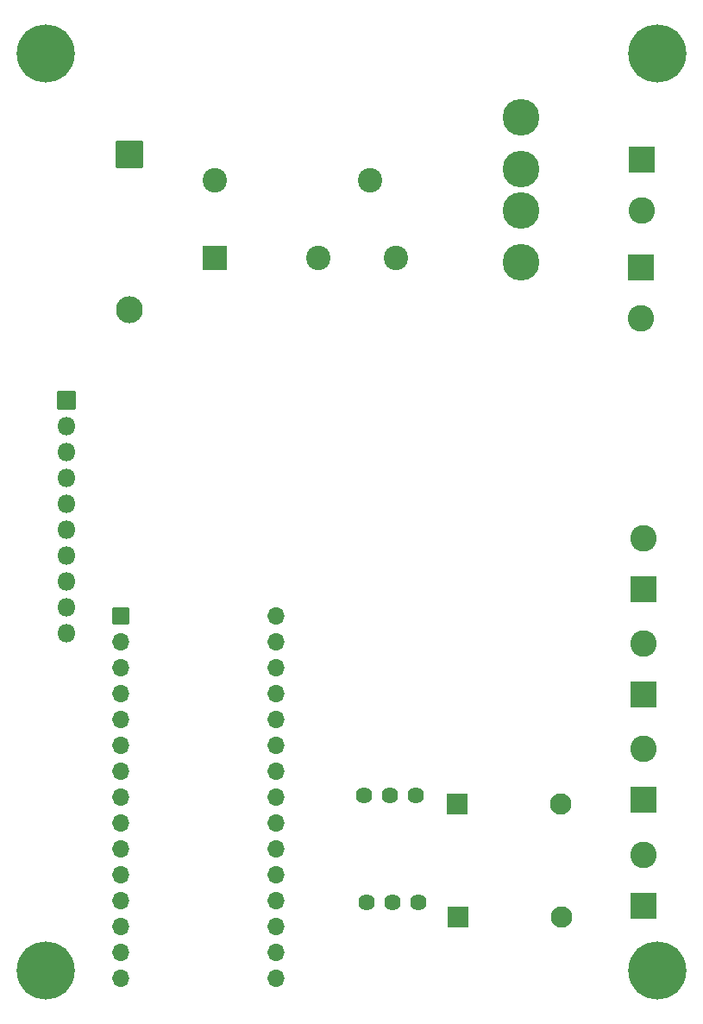
<source format=gbr>
%TF.GenerationSoftware,KiCad,Pcbnew,(6.0.4)*%
%TF.CreationDate,2023-02-01T16:26:22-05:00*%
%TF.ProjectId,BREAD_Slice,42524541-445f-4536-9c69-63652e6b6963,rev?*%
%TF.SameCoordinates,PX74eba40PY8552dc0*%
%TF.FileFunction,Soldermask,Top*%
%TF.FilePolarity,Negative*%
%FSLAX46Y46*%
G04 Gerber Fmt 4.6, Leading zero omitted, Abs format (unit mm)*
G04 Created by KiCad (PCBNEW (6.0.4)) date 2023-02-01 16:26:22*
%MOMM*%
%LPD*%
G01*
G04 APERTURE LIST*
G04 Aperture macros list*
%AMRoundRect*
0 Rectangle with rounded corners*
0 $1 Rounding radius*
0 $2 $3 $4 $5 $6 $7 $8 $9 X,Y pos of 4 corners*
0 Add a 4 corners polygon primitive as box body*
4,1,4,$2,$3,$4,$5,$6,$7,$8,$9,$2,$3,0*
0 Add four circle primitives for the rounded corners*
1,1,$1+$1,$2,$3*
1,1,$1+$1,$4,$5*
1,1,$1+$1,$6,$7*
1,1,$1+$1,$8,$9*
0 Add four rect primitives between the rounded corners*
20,1,$1+$1,$2,$3,$4,$5,0*
20,1,$1+$1,$4,$5,$6,$7,0*
20,1,$1+$1,$6,$7,$8,$9,0*
20,1,$1+$1,$8,$9,$2,$3,0*%
G04 Aperture macros list end*
%ADD10C,5.700000*%
%ADD11RoundRect,0.050000X-0.800000X-0.800000X0.800000X-0.800000X0.800000X0.800000X-0.800000X0.800000X0*%
%ADD12O,1.700000X1.700000*%
%ADD13RoundRect,0.050000X-0.850000X-0.850000X0.850000X-0.850000X0.850000X0.850000X-0.850000X0.850000X0*%
%ADD14O,1.800000X1.800000*%
%ADD15RoundRect,0.050000X1.250000X-1.250000X1.250000X1.250000X-1.250000X1.250000X-1.250000X-1.250000X0*%
%ADD16C,2.600000*%
%ADD17RoundRect,0.050000X1.270000X-1.270000X1.270000X1.270000X-1.270000X1.270000X-1.270000X-1.270000X0*%
%ADD18C,2.640000*%
%ADD19RoundRect,0.050000X-1.250000X1.250000X-1.250000X-1.250000X1.250000X-1.250000X1.250000X1.250000X0*%
%ADD20RoundRect,0.050000X0.999490X0.999490X-0.999490X0.999490X-0.999490X-0.999490X0.999490X-0.999490X0*%
%ADD21C,2.098980*%
%ADD22C,1.624000*%
%ADD23RoundRect,0.050000X1.150000X1.150000X-1.150000X1.150000X-1.150000X-1.150000X1.150000X-1.150000X0*%
%ADD24C,2.400000*%
%ADD25C,3.600000*%
G04 APERTURE END LIST*
D10*
%TO.C,H1*%
X5000000Y95000000D03*
%TD*%
%TO.C,H2*%
X65000000Y95000000D03*
%TD*%
%TO.C,H3*%
X5000000Y5000000D03*
%TD*%
%TO.C,H4*%
X65000000Y5000000D03*
%TD*%
D11*
%TO.C,A1*%
X12400000Y39800000D03*
D12*
X12400000Y37260000D03*
X12400000Y34720000D03*
X12400000Y32180000D03*
X12400000Y29640000D03*
X12400000Y27100000D03*
X12400000Y24560000D03*
X12400000Y22020000D03*
X12400000Y19480000D03*
X12400000Y16940000D03*
X12400000Y14400000D03*
X12400000Y11860000D03*
X12400000Y9320000D03*
X12400000Y6780000D03*
X12400000Y4240000D03*
X27640000Y4240000D03*
X27640000Y6780000D03*
X27640000Y9320000D03*
X27640000Y11860000D03*
X27640000Y14400000D03*
X27640000Y16940000D03*
X27640000Y19480000D03*
X27640000Y22020000D03*
X27640000Y24560000D03*
X27640000Y27100000D03*
X27640000Y29640000D03*
X27640000Y32180000D03*
X27640000Y34720000D03*
X27640000Y37260000D03*
X27640000Y39800000D03*
%TD*%
D13*
%TO.C,J1*%
X7000000Y61000000D03*
D14*
X7000000Y58460000D03*
X7000000Y55920000D03*
X7000000Y53380000D03*
X7000000Y50840000D03*
X7000000Y48300000D03*
X7000000Y45760000D03*
X7000000Y43220000D03*
X7000000Y40680000D03*
X7000000Y38140000D03*
%TD*%
D15*
%TO.C,J2*%
X63673000Y21757000D03*
D16*
X63673000Y26757000D03*
%TD*%
D15*
%TO.C,J3*%
X63673000Y11343000D03*
D16*
X63673000Y16343000D03*
%TD*%
D17*
%TO.C,D3*%
X13208000Y85090000D03*
D18*
X13208000Y69850000D03*
%TD*%
D19*
%TO.C,J5*%
X63500000Y84582000D03*
D16*
X63500000Y79582000D03*
%TD*%
D15*
%TO.C,J8*%
X63673000Y32131000D03*
D16*
X63673000Y37131000D03*
%TD*%
D20*
%TO.C,D2*%
X45466000Y10287000D03*
D21*
X55626000Y10287000D03*
%TD*%
D15*
%TO.C,J7*%
X63673000Y42458000D03*
D16*
X63673000Y47458000D03*
%TD*%
D22*
%TO.C,RV2*%
X41529000Y11684000D03*
X38989000Y11684000D03*
X36449000Y11684000D03*
%TD*%
D19*
%TO.C,J4*%
X63454000Y74001000D03*
D16*
X63454000Y69001000D03*
%TD*%
D20*
%TO.C,D1*%
X45339000Y21336000D03*
D21*
X55499000Y21336000D03*
%TD*%
D22*
%TO.C,RV1*%
X41275000Y22225000D03*
X38735000Y22225000D03*
X36195000Y22225000D03*
%TD*%
D23*
%TO.C,K1*%
X21605000Y74940000D03*
D24*
X31765000Y74940000D03*
X39385000Y74940000D03*
X36845000Y82560000D03*
X21605000Y82560000D03*
%TD*%
D25*
%TO.C,F1*%
X51643000Y79564000D03*
X51643000Y74484000D03*
X51643000Y83624000D03*
X51643000Y88704000D03*
%TD*%
M02*

</source>
